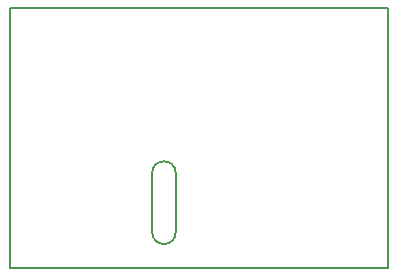
<source format=gbr>
G04 #@! TF.GenerationSoftware,KiCad,Pcbnew,(5.0.0-rc3-dev-2-g101b68b61)*
G04 #@! TF.CreationDate,2018-07-09T03:14:57+02:00*
G04 #@! TF.ProjectId,L7805 reg,4C37383035207265672E6B696361645F,rev?*
G04 #@! TF.SameCoordinates,Original*
G04 #@! TF.FileFunction,Profile,NP*
%FSLAX46Y46*%
G04 Gerber Fmt 4.6, Leading zero omitted, Abs format (unit mm)*
G04 Created by KiCad (PCBNEW (5.0.0-rc3-dev-2-g101b68b61)) date 07/09/18 03:14:57*
%MOMM*%
%LPD*%
G01*
G04 APERTURE LIST*
%ADD10C,0.150000*%
G04 APERTURE END LIST*
D10*
X75200000Y-80120000D02*
X75200000Y-85120000D01*
X77200000Y-85120000D02*
G75*
G02X75200000Y-85120000I-1000000J0D01*
G01*
X75200000Y-80120000D02*
G75*
G02X77200000Y-80120000I1000000J0D01*
G01*
X77200000Y-85120000D02*
X77200000Y-80120000D01*
X63200000Y-88120000D02*
X63200000Y-66120000D01*
X95200000Y-88120000D02*
X63200000Y-88120000D01*
X95200000Y-66120000D02*
X95200000Y-88120000D01*
X63200000Y-66120000D02*
X95200000Y-66120000D01*
M02*

</source>
